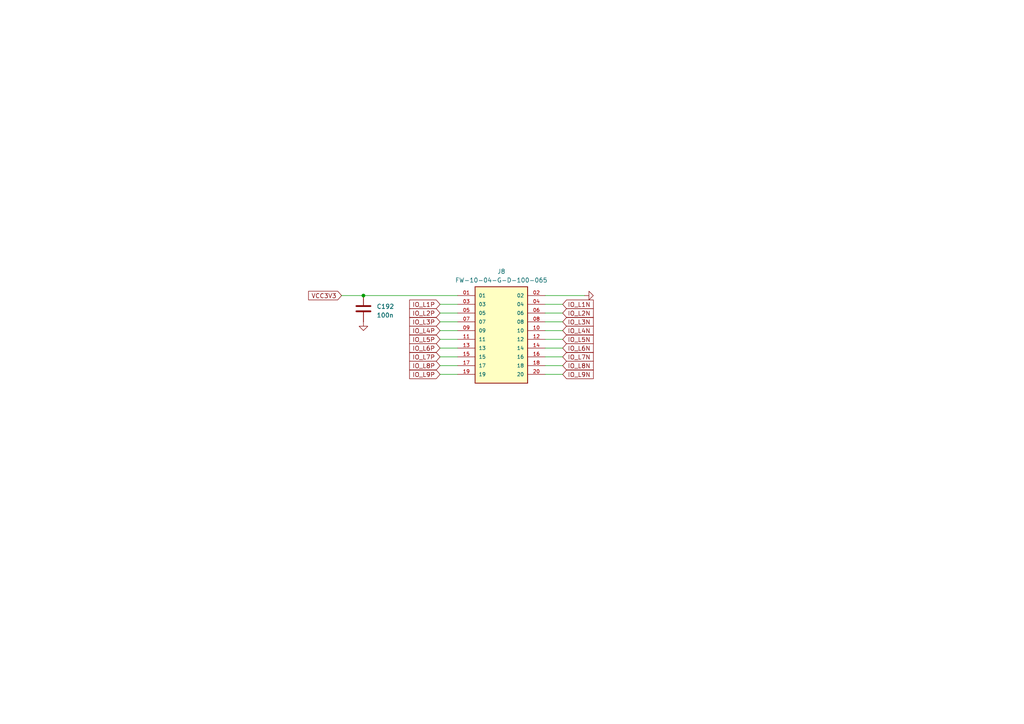
<source format=kicad_sch>
(kicad_sch (version 20230121) (generator eeschema)
  (paper "A4")
  (lib_symbols
    (symbol "Device:C" (pin_numbers hide) (pin_names (offset 0.254))
      (property "Reference" "C" (at 0.635 2.54 0))
      (property "Value" "C" (at 0.635 -2.54 0))
      (symbol "C_0_1"
        (polyline (pts (xy -2.032 -0.762) (xy 2.032 -0.762)) (stroke (width 0.508)))
        (polyline (pts (xy -2.032 0.762) (xy 2.032 0.762)) (stroke (width 0.508)))
      )
      (symbol "C_1_1"
        (pin passive line (at 0 3.81 270) (length 2.794) (name "~") (number "1"))
        (pin passive line (at 0 -3.81 90) (length 2.794) (name "~") (number "2"))
      )
    )
    (symbol "FW-10-04-G-D-100-065:FW-10-04-G-D-100-065" (pin_names (offset 1.016))
      (property "Reference" "J" (at -8.12 15.24 0))
      (property "Value" "FW-10-04-G-D-100-065" (at -7.62 -15.24 0))
      (symbol "FW-10-04-G-D-100-065_0_0"
        (rectangle (start -7.62 -12.7) (end 7.62 15.24) (stroke (width 0.254)) (fill (type background)))
        (pin passive line (at -12.7 12.7 0) (length 5.08) (name "01") (number "01"))
        (pin passive line (at 12.7 12.7 180) (length 5.08) (name "02") (number "02"))
        (pin passive line (at -12.7 10.16 0) (length 5.08) (name "03") (number "03"))
        (pin passive line (at 12.7 10.16 180) (length 5.08) (name "04") (number "04"))
        (pin passive line (at -12.7 7.62 0) (length 5.08) (name "05") (number "05"))
        (pin passive line (at 12.7 7.62 180) (length 5.08) (name "06") (number "06"))
        (pin passive line (at -12.7 5.08 0) (length 5.08) (name "07") (number "07"))
        (pin passive line (at 12.7 5.08 180) (length 5.08) (name "08") (number "08"))
        (pin passive line (at -12.7 2.54 0) (length 5.08) (name "09") (number "09"))
        (pin passive line (at 12.7 2.54 180) (length 5.08) (name "10") (number "10"))
        (pin passive line (at -12.7 0 0) (length 5.08) (name "11") (number "11"))
        (pin passive line (at 12.7 0 180) (length 5.08) (name "12") (number "12"))
        (pin passive line (at -12.7 -2.54 0) (length 5.08) (name "13") (number "13"))
        (pin passive line (at 12.7 -2.54 180) (length 5.08) (name "14") (number "14"))
        (pin passive line (at -12.7 -5.08 0) (length 5.08) (name "15") (number "15"))
        (pin passive line (at 12.7 -5.08 180) (length 5.08) (name "16") (number "16"))
        (pin passive line (at -12.7 -7.62 0) (length 5.08) (name "17") (number "17"))
        (pin passive line (at 12.7 -7.62 180) (length 5.08) (name "18") (number "18"))
        (pin passive line (at -12.7 -10.16 0) (length 5.08) (name "19") (number "19"))
        (pin passive line (at 12.7 -10.16 180) (length 5.08) (name "20") (number "20"))
      )
    )
    (symbol "power:GND" (power) (pin_names (offset 0))
      (property "Value" "GND" (at 0 -3.81 0))
      (symbol "GND_0_1"
        (polyline (pts (xy 0 0) (xy 0 -1.27) (xy 1.27 -1.27) (xy 0 -2.54) (xy -1.27 -1.27) (xy 0 -1.27)))
      )
      (symbol "GND_1_1"
        (pin power_in line (at 0 0 270) (length 0) hide (name "GND") (number "1"))
      )
    )
  )
  (junction (at 105.41 85.725))
  (wire (pts (xy 158.115 103.505) (xy 163.195 103.505)))
  (wire (pts (xy 127.635 98.425) (xy 132.715 98.425)))
  (wire (pts (xy 105.41 85.725) (xy 132.715 85.725)))
  (wire (pts (xy 158.115 95.885) (xy 163.195 95.885)))
  (wire (pts (xy 158.115 85.725) (xy 169.545 85.725)))
  (wire (pts (xy 127.635 93.345) (xy 132.715 93.345)))
  (wire (pts (xy 127.635 90.805) (xy 132.715 90.805)))
  (wire (pts (xy 127.635 95.885) (xy 132.715 95.885)))
  (wire (pts (xy 158.115 90.805) (xy 163.195 90.805)))
  (wire (pts (xy 127.635 108.585) (xy 132.715 108.585)))
  (wire (pts (xy 158.115 106.045) (xy 163.195 106.045)))
  (wire (pts (xy 158.115 108.585) (xy 163.195 108.585)))
  (wire (pts (xy 127.635 88.265) (xy 132.715 88.265)))
  (wire (pts (xy 158.115 98.425) (xy 163.195 98.425)))
  (wire (pts (xy 158.115 93.345) (xy 163.195 93.345)))
  (wire (pts (xy 127.635 106.045) (xy 132.715 106.045)))
  (wire (pts (xy 127.635 100.965) (xy 132.715 100.965)))
  (wire (pts (xy 99.06 85.725) (xy 105.41 85.725)))
  (wire (pts (xy 158.115 88.265) (xy 163.195 88.265)))
  (wire (pts (xy 127.635 103.505) (xy 132.715 103.505)))
  (wire (pts (xy 158.115 100.965) (xy 163.195 100.965)))
  (global_label "IO_L8P" (shape input) (at 127.635 106.045 180) (property "Intersheetrefs" "${INTERSHEET_REFS}" (effects hide)))
  (global_label "IO_L3N" (shape input) (at 163.195 93.345 0) (property "Intersheetrefs" "${INTERSHEET_REFS}" (effects hide)))
  (global_label "IO_L2P" (shape input) (at 127.635 90.805 180) (property "Intersheetrefs" "${INTERSHEET_REFS}" (effects hide)))
  (global_label "IO_L5N" (shape input) (at 163.195 98.425 0) (property "Intersheetrefs" "${INTERSHEET_REFS}" (effects hide)))
  (global_label "IO_L1N" (shape input) (at 163.195 88.265 0) (property "Intersheetrefs" "${INTERSHEET_REFS}" (effects hide)))
  (global_label "IO_L6P" (shape input) (at 127.635 100.965 180) (property "Intersheetrefs" "${INTERSHEET_REFS}" (effects hide)))
  (global_label "VCC3V3" (shape input) (at 99.06 85.725 180) (property "Intersheetrefs" "${INTERSHEET_REFS}" (effects hide)))
  (global_label "IO_L1P" (shape input) (at 127.635 88.265 180) (property "Intersheetrefs" "${INTERSHEET_REFS}" (effects hide)))
  (global_label "IO_L4N" (shape input) (at 163.195 95.885 0) (property "Intersheetrefs" "${INTERSHEET_REFS}" (effects hide)))
  (global_label "IO_L9P" (shape input) (at 127.635 108.585 180) (property "Intersheetrefs" "${INTERSHEET_REFS}" (effects hide)))
  (global_label "IO_L7N" (shape input) (at 163.195 103.505 0) (property "Intersheetrefs" "${INTERSHEET_REFS}" (effects hide)))
  (global_label "IO_L8N" (shape input) (at 163.195 106.045 0) (property "Intersheetrefs" "${INTERSHEET_REFS}" (effects hide)))
  (global_label "IO_L2N" (shape input) (at 163.195 90.805 0) (property "Intersheetrefs" "${INTERSHEET_REFS}" (effects hide)))
  (global_label "IO_L7P" (shape input) (at 127.635 103.505 180) (property "Intersheetrefs" "${INTERSHEET_REFS}" (effects hide)))
  (global_label "IO_L5P" (shape input) (at 127.635 98.425 180) (property "Intersheetrefs" "${INTERSHEET_REFS}" (effects hide)))
  (global_label "IO_L4P" (shape input) (at 127.635 95.885 180) (property "Intersheetrefs" "${INTERSHEET_REFS}" (effects hide)))
  (global_label "IO_L6N" (shape input) (at 163.195 100.965 0) (property "Intersheetrefs" "${INTERSHEET_REFS}" (effects hide)))
  (global_label "IO_L3P" (shape input) (at 127.635 93.345 180) (property "Intersheetrefs" "${INTERSHEET_REFS}" (effects hide)))
  (global_label "IO_L9N" (shape input) (at 163.195 108.585 0) (property "Intersheetrefs" "${INTERSHEET_REFS}" (effects hide)))
  (symbol (lib_id "power:GND") (at 169.545 85.725 90) (unit 1)
    (property "Reference" "#PWR042" (effects hide))
    (property "Value" "GND" (effects hide))
    (instances (project "FPGA_dev_board" (path "" (reference "#PWR042") (unit 1)) (path "" (reference "#PWR0149") (unit 1))))
  )
  (symbol (lib_id "Device:C") (at 105.41 89.535 0) (unit 1)
    (property "Reference" "C192" (at 109.22 88.9 0) (effects (justify left)))
    (property "Value" "100n" (at 109.22 91.44 0) (effects (justify left)))
    (property "Footprint" "GRM155R71C104KA88J:G-155_MUR" (effects hide))
  )
  (symbol (lib_id "power:GND") (at 105.41 93.345 0) (unit 1)
    (property "Reference" "#PWR042" (effects hide))
    (property "Value" "GND" (effects hide))
    (instances (project "FPGA_dev_board" (path "" (reference "#PWR042") (unit 1)) (path "" (reference "#PWR0150") (unit 1))))
  )
  (symbol (lib_id "FW-10-04-G-D-100-065:FW-10-04-G-D-100-065") (at 145.415 98.425 0) (unit 1)
    (property "Reference" "J8" (at 145.415 78.74 0))
    (property "Value" "FW-10-04-G-D-100-065" (at 145.415 81.28 0))
    (property "Footprint" "FW-10-04-G-D-100-065:SAMTEC_FW-10-04-G-D-100-065" (effects hide))
    (property "MF" "Samtec" (effects hide))
    (property "Description" "\nConnector Board Stacker Header 20 Position 2.54mm Stack Height 1.27mm Solder Straight Through Hole\n" (effects hide))
    (property "Package" "None" (effects hide))
    (property "Price" "None" (effects hide))
    (property "Check_prices" "https://www.snapeda.com/parts/FW-10-04-G-D-100-065/Samtec/view-part/?ref=eda" (effects hide))
    (property "STANDARD" "Manufacturer Recommendations" (effects hide))
    (property "PARTREV" "R" (effects hide))
    (property "SnapEDA_Link" "https://www.snapeda.com/parts/FW-10-04-G-D-100-065/Samtec/view-part/?ref=snap" (effects hide))
    (property "MP" "FW-10-04-G-D-100-065" (effects hide))
    (property "Availability" "In Stock" (effects hide))
    (property "MANUFACTURER" "Samtec" (effects hide))
  )
)
</source>
